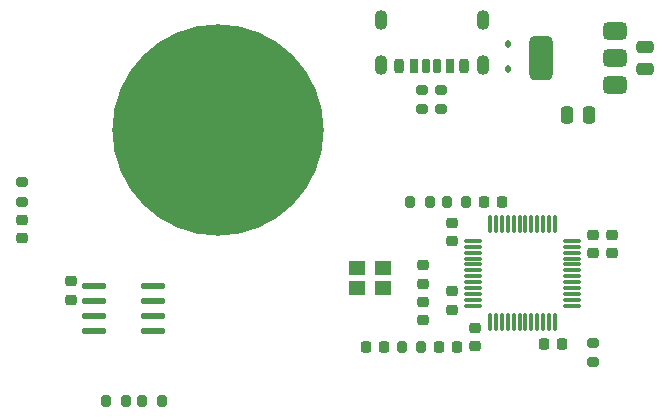
<source format=gbr>
%TF.GenerationSoftware,KiCad,Pcbnew,8.0.3*%
%TF.CreationDate,2024-07-12T13:43:30+12:00*%
%TF.ProjectId,microcontroller,6d696372-6f63-46f6-9e74-726f6c6c6572,0.1.5*%
%TF.SameCoordinates,Original*%
%TF.FileFunction,Paste,Top*%
%TF.FilePolarity,Positive*%
%FSLAX46Y46*%
G04 Gerber Fmt 4.6, Leading zero omitted, Abs format (unit mm)*
G04 Created by KiCad (PCBNEW 8.0.3) date 2024-07-12 13:43:30*
%MOMM*%
%LPD*%
G01*
G04 APERTURE LIST*
G04 Aperture macros list*
%AMRoundRect*
0 Rectangle with rounded corners*
0 $1 Rounding radius*
0 $2 $3 $4 $5 $6 $7 $8 $9 X,Y pos of 4 corners*
0 Add a 4 corners polygon primitive as box body*
4,1,4,$2,$3,$4,$5,$6,$7,$8,$9,$2,$3,0*
0 Add four circle primitives for the rounded corners*
1,1,$1+$1,$2,$3*
1,1,$1+$1,$4,$5*
1,1,$1+$1,$6,$7*
1,1,$1+$1,$8,$9*
0 Add four rect primitives between the rounded corners*
20,1,$1+$1,$2,$3,$4,$5,0*
20,1,$1+$1,$4,$5,$6,$7,0*
20,1,$1+$1,$6,$7,$8,$9,0*
20,1,$1+$1,$8,$9,$2,$3,0*%
G04 Aperture macros list end*
%ADD10RoundRect,0.250000X-0.475000X0.250000X-0.475000X-0.250000X0.475000X-0.250000X0.475000X0.250000X0*%
%ADD11RoundRect,0.079500X-0.910500X-0.185500X0.910500X-0.185500X0.910500X0.185500X-0.910500X0.185500X0*%
%ADD12RoundRect,0.175000X0.175000X0.425000X-0.175000X0.425000X-0.175000X-0.425000X0.175000X-0.425000X0*%
%ADD13RoundRect,0.190000X-0.190000X-0.410000X0.190000X-0.410000X0.190000X0.410000X-0.190000X0.410000X0*%
%ADD14RoundRect,0.200000X-0.200000X-0.400000X0.200000X-0.400000X0.200000X0.400000X-0.200000X0.400000X0*%
%ADD15RoundRect,0.175000X-0.175000X-0.425000X0.175000X-0.425000X0.175000X0.425000X-0.175000X0.425000X0*%
%ADD16RoundRect,0.190000X0.190000X0.410000X-0.190000X0.410000X-0.190000X-0.410000X0.190000X-0.410000X0*%
%ADD17RoundRect,0.200000X0.200000X0.400000X-0.200000X0.400000X-0.200000X-0.400000X0.200000X-0.400000X0*%
%ADD18O,1.100000X1.700000*%
%ADD19RoundRect,0.225000X0.250000X-0.225000X0.250000X0.225000X-0.250000X0.225000X-0.250000X-0.225000X0*%
%ADD20RoundRect,0.200000X0.200000X0.275000X-0.200000X0.275000X-0.200000X-0.275000X0.200000X-0.275000X0*%
%ADD21RoundRect,0.112500X-0.112500X0.187500X-0.112500X-0.187500X0.112500X-0.187500X0.112500X0.187500X0*%
%ADD22RoundRect,0.218750X-0.256250X0.218750X-0.256250X-0.218750X0.256250X-0.218750X0.256250X0.218750X0*%
%ADD23RoundRect,0.250000X-0.250000X-0.475000X0.250000X-0.475000X0.250000X0.475000X-0.250000X0.475000X0*%
%ADD24RoundRect,0.200000X-0.200000X-0.275000X0.200000X-0.275000X0.200000X0.275000X-0.200000X0.275000X0*%
%ADD25RoundRect,0.225000X-0.250000X0.225000X-0.250000X-0.225000X0.250000X-0.225000X0.250000X0.225000X0*%
%ADD26RoundRect,0.200000X0.275000X-0.200000X0.275000X0.200000X-0.275000X0.200000X-0.275000X-0.200000X0*%
%ADD27C,17.900000*%
%ADD28RoundRect,0.225000X-0.225000X-0.250000X0.225000X-0.250000X0.225000X0.250000X-0.225000X0.250000X0*%
%ADD29RoundRect,0.375000X0.625000X0.375000X-0.625000X0.375000X-0.625000X-0.375000X0.625000X-0.375000X0*%
%ADD30RoundRect,0.500000X0.500000X1.400000X-0.500000X1.400000X-0.500000X-1.400000X0.500000X-1.400000X0*%
%ADD31RoundRect,0.225000X0.225000X0.250000X-0.225000X0.250000X-0.225000X-0.250000X0.225000X-0.250000X0*%
%ADD32RoundRect,0.075000X-0.662500X-0.075000X0.662500X-0.075000X0.662500X0.075000X-0.662500X0.075000X0*%
%ADD33RoundRect,0.075000X-0.075000X-0.662500X0.075000X-0.662500X0.075000X0.662500X-0.075000X0.662500X0*%
%ADD34R,1.400000X1.200000*%
G04 APERTURE END LIST*
D10*
%TO.C,C9*%
X172700000Y-69912000D03*
X172700000Y-71812000D03*
%TD*%
D11*
%TO.C,U3*%
X126059000Y-90170000D03*
X126059000Y-91440000D03*
X126059000Y-92710000D03*
X126059000Y-93980000D03*
X130989000Y-93980000D03*
X130989000Y-92710000D03*
X130989000Y-91440000D03*
X130989000Y-90170000D03*
%TD*%
D12*
%TO.C,J1*%
X155100000Y-71520000D03*
D13*
X153080000Y-71520000D03*
D14*
X151850000Y-71520000D03*
D15*
X154100000Y-71520000D03*
D16*
X156120000Y-71520000D03*
D17*
X157350000Y-71520000D03*
D18*
X158920000Y-71440000D03*
X158920000Y-67640000D03*
X150280000Y-71440000D03*
X150280000Y-67640000D03*
%TD*%
D19*
%TO.C,C12*%
X153900000Y-89975000D03*
X153900000Y-88425000D03*
%TD*%
D20*
%TO.C,R2*%
X157525000Y-83100000D03*
X155875000Y-83100000D03*
%TD*%
D21*
%TO.C,D2*%
X161036000Y-69689000D03*
X161036000Y-71789000D03*
%TD*%
D22*
%TO.C,D1*%
X119888000Y-84556500D03*
X119888000Y-86131500D03*
%TD*%
D23*
%TO.C,C10*%
X166035000Y-75688000D03*
X167935000Y-75688000D03*
%TD*%
D24*
%TO.C,R6*%
X130112000Y-99949000D03*
X131762000Y-99949000D03*
%TD*%
D25*
%TO.C,C5*%
X168300000Y-85825000D03*
X168300000Y-87375000D03*
%TD*%
D26*
%TO.C,R3*%
X153800000Y-75225000D03*
X153800000Y-73575000D03*
%TD*%
D27*
%TO.C,BT1*%
X136500000Y-77000000D03*
%TD*%
D25*
%TO.C,C6*%
X156300000Y-90625000D03*
X156300000Y-92175000D03*
%TD*%
%TO.C,C1*%
X169900000Y-85825000D03*
X169900000Y-87375000D03*
%TD*%
D19*
%TO.C,C14*%
X124079000Y-91326000D03*
X124079000Y-89776000D03*
%TD*%
D20*
%TO.C,FB1*%
X153725000Y-95300000D03*
X152075000Y-95300000D03*
%TD*%
D19*
%TO.C,C4*%
X156300000Y-86375000D03*
X156300000Y-84825000D03*
%TD*%
D28*
%TO.C,C7*%
X155225000Y-95300000D03*
X156775000Y-95300000D03*
%TD*%
D20*
%TO.C,R7*%
X128714000Y-99949000D03*
X127064000Y-99949000D03*
%TD*%
D29*
%TO.C,U1*%
X170135000Y-73162000D03*
X170135000Y-70862000D03*
D30*
X163835000Y-70862000D03*
D29*
X170135000Y-68562000D03*
%TD*%
D31*
%TO.C,C2*%
X165675000Y-95100000D03*
X164125000Y-95100000D03*
%TD*%
D24*
%TO.C,R5*%
X152800000Y-83100000D03*
X154450000Y-83100000D03*
%TD*%
D28*
%TO.C,C3*%
X159025000Y-83100000D03*
X160575000Y-83100000D03*
%TD*%
D32*
%TO.C,U2*%
X158137500Y-86350000D03*
X158137500Y-86850000D03*
X158137500Y-87350000D03*
X158137500Y-87850000D03*
X158137500Y-88350000D03*
X158137500Y-88850000D03*
X158137500Y-89350000D03*
X158137500Y-89850000D03*
X158137500Y-90350000D03*
X158137500Y-90850000D03*
X158137500Y-91350000D03*
X158137500Y-91850000D03*
D33*
X159550000Y-93262500D03*
X160050000Y-93262500D03*
X160550000Y-93262500D03*
X161050000Y-93262500D03*
X161550000Y-93262500D03*
X162050000Y-93262500D03*
X162550000Y-93262500D03*
X163050000Y-93262500D03*
X163550000Y-93262500D03*
X164050000Y-93262500D03*
X164550000Y-93262500D03*
X165050000Y-93262500D03*
D32*
X166462500Y-91850000D03*
X166462500Y-91350000D03*
X166462500Y-90850000D03*
X166462500Y-90350000D03*
X166462500Y-89850000D03*
X166462500Y-89350000D03*
X166462500Y-88850000D03*
X166462500Y-88350000D03*
X166462500Y-87850000D03*
X166462500Y-87350000D03*
X166462500Y-86850000D03*
X166462500Y-86350000D03*
D33*
X165050000Y-84937500D03*
X164550000Y-84937500D03*
X164050000Y-84937500D03*
X163550000Y-84937500D03*
X163050000Y-84937500D03*
X162550000Y-84937500D03*
X162050000Y-84937500D03*
X161550000Y-84937500D03*
X161050000Y-84937500D03*
X160550000Y-84937500D03*
X160050000Y-84937500D03*
X159550000Y-84937500D03*
%TD*%
D26*
%TO.C,R8*%
X168240000Y-96620000D03*
X168240000Y-94970000D03*
%TD*%
%TO.C,R1*%
X119888000Y-83057000D03*
X119888000Y-81407000D03*
%TD*%
D31*
%TO.C,C8*%
X150575000Y-95300000D03*
X149025000Y-95300000D03*
%TD*%
D25*
%TO.C,C11*%
X158300000Y-93725000D03*
X158300000Y-95275000D03*
%TD*%
%TO.C,C13*%
X153900000Y-91525000D03*
X153900000Y-93075000D03*
%TD*%
D34*
%TO.C,Y1*%
X150500000Y-88650000D03*
X148300000Y-88650000D03*
X148300000Y-90350000D03*
X150500000Y-90350000D03*
%TD*%
D26*
%TO.C,R4*%
X155400000Y-75225000D03*
X155400000Y-73575000D03*
%TD*%
M02*

</source>
